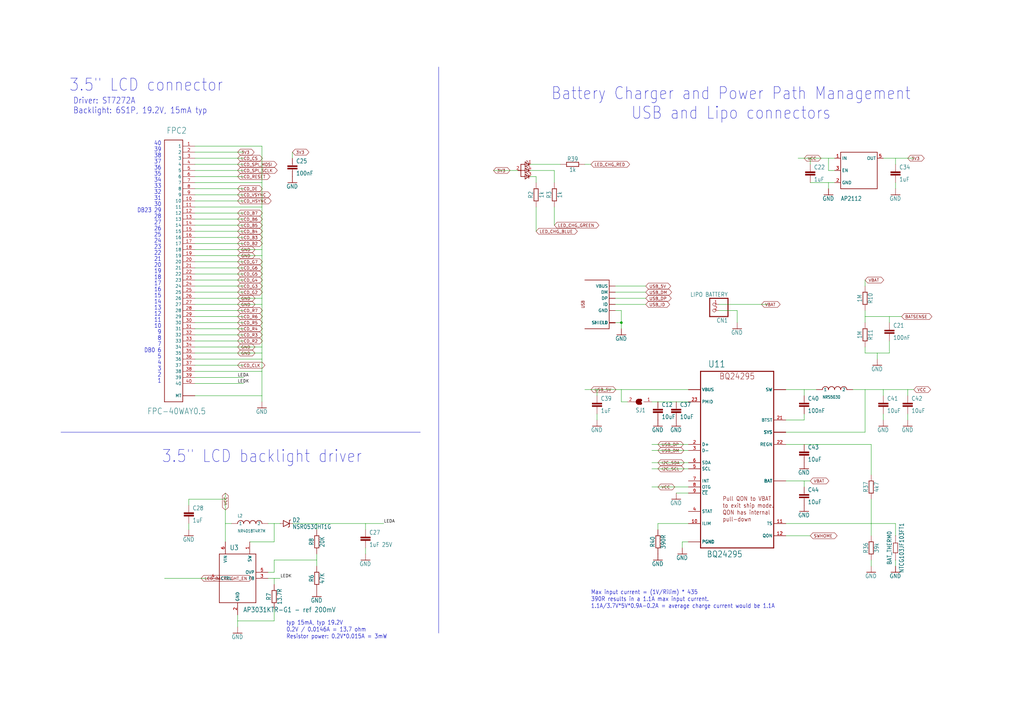
<source format=kicad_sch>
(kicad_sch (version 20230121) (generator eeschema)
  (paper "User" 426.949 302.158)
  (junction (at 259.08 134.62))
  (wire (pts (xy 81.28 86.36) (xy 109.22 86.36)) (stroke (width 0.1524)))
  (wire (pts (xy 114.3 218.44) (xy 111.76 218.44)) (stroke (width 0.1524)))
  (wire (pts (xy 355.6 162.56) (xy 360.68 162.56)) (stroke (width 0.1524)))
  (wire (pts (xy 299.72 127) (xy 320.04 127)) (stroke (width 0.1524)))
  (wire (pts (xy 327.66 223.52) (xy 337.82 223.52)) (stroke (width 0.1524)))
  (wire (pts (xy 256.54 119.38) (xy 269.24 119.38)) (stroke (width 0.1524)))
  (wire (pts (xy 93.98 218.44) (xy 93.98 208.28)) (stroke (width 0.1524)))
  (wire (pts (xy 284.48 226.06) (xy 287.02 226.06)) (stroke (width 0.1524)))
  (wire (pts (xy 96.52 218.44) (xy 93.98 218.44)) (stroke (width 0.1524)))
  (wire (pts (xy 248.92 165.1) (xy 248.92 162.56)) (stroke (width 0.1524)))
  (wire (pts (xy 220.98 71.12) (xy 231.14 71.12)) (stroke (width 0.1524)))
  (wire (pts (xy 337.82 68.58) (xy 337.82 66.04)) (stroke (width 0.1524)))
  (wire (pts (xy 345.44 76.2) (xy 345.44 78.74)) (stroke (width 0.1524)))
  (wire (pts (xy 363.22 218.44) (xy 373.38 218.44)) (stroke (width 0.1524)))
  (wire (pts (xy 360.68 134.62) (xy 360.68 132.08)) (stroke (width 0.1524)))
  (wire (pts (xy 274.32 220.98) (xy 274.32 218.44)) (stroke (width 0.1524)))
  (wire (pts (xy 81.28 81.28) (xy 101.6 81.28)) (stroke (width 0.1524)))
  (wire (pts (xy 365.76 147.32) (xy 360.68 147.32)) (stroke (width 0.1524)))
  (wire (pts (xy 360.68 132.08) (xy 360.68 129.54)) (stroke (width 0.1524)))
  (wire (pts (xy 114.3 238.76) (xy 111.76 238.76)) (stroke (width 0.1524)))
  (wire (pts (xy 68.58 241.3) (xy 86.36 241.3)) (stroke (width 0.1524)))
  (wire (pts (xy 363.22 218.44) (xy 363.22 223.52)) (stroke (width 0.1524)))
  (wire (pts (xy 114.3 241.3) (xy 116.84 241.3)) (stroke (width 0.1524)))
  (wire (pts (xy 78.74 208.28) (xy 78.74 210.82)) (stroke (width 0.1524)))
  (wire (pts (xy 373.38 68.58) (xy 373.38 66.04)) (stroke (width 0.1524)))
  (wire (pts (xy 363.22 208.28) (xy 363.22 218.44)) (stroke (width 0.1524)))
  (wire (pts (xy 132.08 233.68) (xy 114.3 233.68)) (stroke (width 0.1524)))
  (wire (pts (xy 368.3 175.26) (xy 368.3 172.72)) (stroke (width 0.1524)))
  (wire (pts (xy 287.02 193.04) (xy 271.78 193.04)) (stroke (width 0.1524)))
  (wire (pts (xy 109.22 149.86) (xy 109.22 154.94)) (stroke (width 0.1524)))
  (wire (pts (xy 360.68 147.32) (xy 360.68 144.78)) (stroke (width 0.1524)))
  (wire (pts (xy 81.28 124.46) (xy 109.22 124.46)) (stroke (width 0.1524)))
  (wire (pts (xy 93.98 208.28) (xy 93.98 205.74)) (stroke (width 0.1524)))
  (wire (pts (xy 347.98 76.2) (xy 345.44 76.2)) (stroke (width 0.1524)))
  (wire (pts (xy 81.28 76.2) (xy 109.22 76.2)) (stroke (width 0.1524)))
  (wire (pts (xy 215.9 71.12) (xy 205.74 71.12)) (stroke (width 0.1524)))
  (wire (pts (xy 81.28 111.76) (xy 101.6 111.76)) (stroke (width 0.1524)))
  (wire (pts (xy 81.28 83.82) (xy 101.6 83.82)) (stroke (width 0.1524)))
  (wire (pts (xy 81.28 63.5) (xy 101.6 63.5)) (stroke (width 0.1524)))
  (wire (pts (xy 114.3 226.06) (xy 114.3 218.44)) (stroke (width 0.1524)))
  (wire (pts (xy 109.22 124.46) (xy 109.22 127)) (stroke (width 0.1524)))
  (wire (pts (xy 327.66 200.66) (xy 335.28 200.66)) (stroke (width 0.1524)))
  (wire (pts (xy 121.92 66.04) (xy 121.92 63.5)) (stroke (width 0.1524)))
  (wire (pts (xy 152.4 231.14) (xy 152.4 228.6)) (stroke (width 0.1524)))
  (wire (pts (xy 81.28 101.6) (xy 101.6 101.6)) (stroke (width 0.1524)))
  (wire (pts (xy 274.32 218.44) (xy 287.02 218.44)) (stroke (width 0.1524)))
  (wire (pts (xy 109.22 106.68) (xy 109.22 124.46)) (stroke (width 0.1524)))
  (wire (pts (xy 365.76 149.86) (xy 365.76 147.32)) (stroke (width 0.1524)))
  (wire (pts (xy 81.28 129.54) (xy 101.6 129.54)) (stroke (width 0.1524)))
  (wire (pts (xy 345.44 71.12) (xy 347.98 71.12)) (stroke (width 0.1524)))
  (wire (pts (xy 81.28 60.96) (xy 109.22 60.96)) (stroke (width 0.1524)))
  (wire (pts (xy 370.84 147.32) (xy 370.84 142.24)) (stroke (width 0.1524)))
  (wire (pts (xy 335.28 165.1) (xy 335.28 162.56)) (stroke (width 0.1524)))
  (wire (pts (xy 261.62 167.64) (xy 259.08 167.64)) (stroke (width 0.1524)))
  (wire (pts (xy 284.48 228.6) (xy 284.48 226.06)) (stroke (width 0.1524)))
  (wire (pts (xy 132.08 218.44) (xy 121.92 218.44)) (stroke (width 0.1524)))
  (wire (pts (xy 248.92 172.72) (xy 248.92 175.26)) (stroke (width 0.1524)))
  (wire (pts (xy 132.08 231.14) (xy 132.08 233.68)) (stroke (width 0.1524)))
  (wire (pts (xy 132.08 220.98) (xy 132.08 218.44)) (stroke (width 0.1524)))
  (wire (pts (xy 81.28 149.86) (xy 109.22 149.86)) (stroke (width 0.1524)))
  (wire (pts (xy 373.38 218.44) (xy 373.38 223.52)) (stroke (width 0.1524)))
  (wire (pts (xy 281.94 167.64) (xy 287.02 167.64)) (stroke (width 0.1524)))
  (wire (pts (xy 365.76 147.32) (xy 370.84 147.32)) (stroke (width 0.1524)))
  (wire (pts (xy 93.98 208.28) (xy 78.74 208.28)) (stroke (width 0.1524)))
  (wire (pts (xy 378.46 162.56) (xy 381 162.56)) (stroke (width 0.1524)))
  (wire (pts (xy 287.02 162.56) (xy 259.08 162.56)) (stroke (width 0.1524)))
  (wire (pts (xy 335.28 175.26) (xy 335.28 172.72)) (stroke (width 0.1524)))
  (wire (pts (xy 345.44 71.12) (xy 345.44 66.04)) (stroke (width 0.1524)))
  (wire (pts (xy 345.44 66.04) (xy 337.82 66.04)) (stroke (width 0.1524)))
  (wire (pts (xy 335.28 162.56) (xy 340.36 162.56)) (stroke (width 0.1524)))
  (wire (pts (xy 347.98 66.04) (xy 345.44 66.04)) (stroke (width 0.1524)))
  (wire (pts (xy 109.22 149.86) (xy 109.22 147.32)) (stroke (width 0.1524)))
  (wire (pts (xy 109.22 165.1) (xy 109.22 167.64)) (stroke (width 0.1524)))
  (wire (pts (xy 299.72 129.54) (xy 307.34 129.54)) (stroke (width 0.1524)))
  (wire (pts (xy 81.28 68.58) (xy 101.6 68.58)) (stroke (width 0.1524)))
  (wire (pts (xy 81.28 132.08) (xy 101.6 132.08)) (stroke (width 0.1524)))
  (wire (pts (xy 81.28 104.14) (xy 109.22 104.14)) (stroke (width 0.1524)))
  (wire (pts (xy 274.32 167.64) (xy 271.78 167.64)) (stroke (width 0.1524)))
  (wire (pts (xy 327.66 180.34) (xy 360.68 180.34)) (stroke (width 0.1524)))
  (polyline (pts (xy 25.4 180.34) (xy 175.26 180.34)) (stroke (width 0.1524) (type solid)))
  (wire (pts (xy 373.38 66.04) (xy 381 66.04)) (stroke (width 0.1524)))
  (wire (pts (xy 287.02 187.96) (xy 271.78 187.96)) (stroke (width 0.1524)))
  (wire (pts (xy 81.28 127) (xy 109.22 127)) (stroke (width 0.1524)))
  (wire (pts (xy 220.98 68.58) (xy 233.68 68.58)) (stroke (width 0.1524)))
  (wire (pts (xy 81.28 99.06) (xy 101.6 99.06)) (stroke (width 0.1524)))
  (wire (pts (xy 256.54 121.92) (xy 269.24 121.92)) (stroke (width 0.1524)))
  (wire (pts (xy 337.82 66.04) (xy 332.74 66.04)) (stroke (width 0.1524)))
  (wire (pts (xy 370.84 132.08) (xy 370.84 134.62)) (stroke (width 0.1524)))
  (wire (pts (xy 337.82 76.2) (xy 345.44 76.2)) (stroke (width 0.1524)))
  (wire (pts (xy 259.08 129.54) (xy 259.08 134.62)) (stroke (width 0.1524)))
  (wire (pts (xy 152.4 218.44) (xy 132.08 218.44)) (stroke (width 0.1524)))
  (wire (pts (xy 256.54 129.54) (xy 259.08 129.54)) (stroke (width 0.1524)))
  (wire (pts (xy 81.28 137.16) (xy 101.6 137.16)) (stroke (width 0.1524)))
  (wire (pts (xy 81.28 157.48) (xy 101.6 157.48)) (stroke (width 0.1524)))
  (polyline (pts (xy 182.88 27.94) (xy 182.88 264.16)) (stroke (width 0.1524) (type solid)))
  (wire (pts (xy 231.14 86.36) (xy 231.14 93.98)) (stroke (width 0.1524)))
  (wire (pts (xy 132.08 236.22) (xy 132.08 233.68)) (stroke (width 0.1524)))
  (wire (pts (xy 81.28 93.98) (xy 101.6 93.98)) (stroke (width 0.1524)))
  (wire (pts (xy 109.22 76.2) (xy 109.22 86.36)) (stroke (width 0.1524)))
  (wire (pts (xy 81.28 142.24) (xy 101.6 142.24)) (stroke (width 0.1524)))
  (wire (pts (xy 256.54 124.46) (xy 269.24 124.46)) (stroke (width 0.1524)))
  (wire (pts (xy 104.14 226.06) (xy 114.3 226.06)) (stroke (width 0.1524)))
  (wire (pts (xy 368.3 66.04) (xy 373.38 66.04)) (stroke (width 0.1524)))
  (wire (pts (xy 81.28 144.78) (xy 109.22 144.78)) (stroke (width 0.1524)))
  (wire (pts (xy 223.52 73.66) (xy 223.52 76.2)) (stroke (width 0.1524)))
  (wire (pts (xy 99.06 259.08) (xy 114.3 259.08)) (stroke (width 0.1524)))
  (wire (pts (xy 256.54 134.62) (xy 259.08 134.62)) (stroke (width 0.1524)))
  (wire (pts (xy 373.38 233.68) (xy 373.38 236.22)) (stroke (width 0.1524)))
  (wire (pts (xy 81.28 71.12) (xy 101.6 71.12)) (stroke (width 0.1524)))
  (wire (pts (xy 114.3 259.08) (xy 114.3 254)) (stroke (width 0.1524)))
  (wire (pts (xy 81.28 106.68) (xy 109.22 106.68)) (stroke (width 0.1524)))
  (wire (pts (xy 81.28 152.4) (xy 101.6 152.4)) (stroke (width 0.1524)))
  (wire (pts (xy 81.28 116.84) (xy 101.6 116.84)) (stroke (width 0.1524)))
  (wire (pts (xy 81.28 119.38) (xy 101.6 119.38)) (stroke (width 0.1524)))
  (wire (pts (xy 287.02 205.74) (xy 281.94 205.74)) (stroke (width 0.1524)))
  (wire (pts (xy 360.68 119.38) (xy 360.68 116.84)) (stroke (width 0.1524)))
  (wire (pts (xy 287.02 203.2) (xy 271.78 203.2)) (stroke (width 0.1524)))
  (wire (pts (xy 335.28 185.42) (xy 363.22 185.42)) (stroke (width 0.1524)))
  (wire (pts (xy 81.28 91.44) (xy 101.6 91.44)) (stroke (width 0.1524)))
  (wire (pts (xy 370.84 132.08) (xy 375.92 132.08)) (stroke (width 0.1524)))
  (wire (pts (xy 114.3 243.84) (xy 114.3 241.3)) (stroke (width 0.1524)))
  (wire (pts (xy 81.28 78.74) (xy 101.6 78.74)) (stroke (width 0.1524)))
  (wire (pts (xy 109.22 154.94) (xy 109.22 165.1)) (stroke (width 0.1524)))
  (wire (pts (xy 78.74 220.98) (xy 78.74 218.44)) (stroke (width 0.1524)))
  (wire (pts (xy 368.3 165.1) (xy 368.3 162.56)) (stroke (width 0.1524)))
  (wire (pts (xy 81.28 139.7) (xy 101.6 139.7)) (stroke (width 0.1524)))
  (wire (pts (xy 335.28 200.66) (xy 337.82 200.66)) (stroke (width 0.1524)))
  (wire (pts (xy 256.54 127) (xy 269.24 127)) (stroke (width 0.1524)))
  (wire (pts (xy 81.28 73.66) (xy 101.6 73.66)) (stroke (width 0.1524)))
  (wire (pts (xy 152.4 220.98) (xy 152.4 218.44)) (stroke (width 0.1524)))
  (wire (pts (xy 81.28 160.02) (xy 101.6 160.02)) (stroke (width 0.1524)))
  (wire (pts (xy 378.46 165.1) (xy 378.46 162.56)) (stroke (width 0.1524)))
  (wire (pts (xy 327.66 162.56) (xy 335.28 162.56)) (stroke (width 0.1524)))
  (wire (pts (xy 81.28 96.52) (xy 101.6 96.52)) (stroke (width 0.1524)))
  (wire (pts (xy 81.28 134.62) (xy 101.6 134.62)) (stroke (width 0.1524)))
  (wire (pts (xy 243.84 68.58) (xy 246.38 68.58)) (stroke (width 0.1524)))
  (wire (pts (xy 81.28 114.3) (xy 101.6 114.3)) (stroke (width 0.1524)))
  (wire (pts (xy 109.22 60.96) (xy 109.22 76.2)) (stroke (width 0.1524)))
  (wire (pts (xy 109.22 127) (xy 109.22 144.78)) (stroke (width 0.1524)))
  (wire (pts (xy 81.28 121.92) (xy 101.6 121.92)) (stroke (width 0.1524)))
  (wire (pts (xy 287.02 195.58) (xy 271.78 195.58)) (stroke (width 0.1524)))
  (wire (pts (xy 116.84 218.44) (xy 114.3 218.44)) (stroke (width 0.1524)))
  (wire (pts (xy 259.08 167.64) (xy 259.08 162.56)) (stroke (width 0.1524)))
  (wire (pts (xy 220.98 73.66) (xy 223.52 73.66)) (stroke (width 0.1524)))
  (wire (pts (xy 81.28 165.1) (xy 109.22 165.1)) (stroke (width 0.1524)))
  (wire (pts (xy 373.38 76.2) (xy 373.38 78.74)) (stroke (width 0.1524)))
  (wire (pts (xy 327.66 218.44) (xy 363.22 218.44)) (stroke (width 0.1524)))
  (wire (pts (xy 109.22 147.32) (xy 109.22 144.78)) (stroke (width 0.1524)))
  (wire (pts (xy 93.98 226.06) (xy 93.98 218.44)) (stroke (width 0.1524)))
  (wire (pts (xy 360.68 132.08) (xy 370.84 132.08)) (stroke (width 0.1524)))
  (wire (pts (xy 327.66 175.26) (xy 335.28 175.26)) (stroke (width 0.1524)))
  (wire (pts (xy 81.28 66.04) (xy 101.6 66.04)) (stroke (width 0.1524)))
  (wire (pts (xy 259.08 134.62) (xy 259.08 137.16)) (stroke (width 0.1524)))
  (wire (pts (xy 307.34 129.54) (xy 307.34 134.62)) (stroke (width 0.1524)))
  (wire (pts (xy 259.08 162.56) (xy 248.92 162.56)) (stroke (width 0.1524)))
  (wire (pts (xy 99.06 261.62) (xy 99.06 259.08)) (stroke (width 0.1524)))
  (wire (pts (xy 248.92 162.56) (xy 243.84 162.56)) (stroke (width 0.1524)))
  (wire (pts (xy 81.28 109.22) (xy 101.6 109.22)) (stroke (width 0.1524)))
  (wire (pts (xy 114.3 233.68) (xy 114.3 238.76)) (stroke (width 0.1524)))
  (wire (pts (xy 281.94 167.64) (xy 274.32 167.64)) (stroke (width 0.1524)))
  (wire (pts (xy 287.02 185.42) (xy 271.78 185.42)) (stroke (width 0.1524)))
  (wire (pts (xy 81.28 88.9) (xy 101.6 88.9)) (stroke (width 0.1524)))
  (wire (pts (xy 335.28 200.66) (xy 335.28 203.2)) (stroke (width 0.1524)))
  (wire (pts (xy 99.06 259.08) (xy 99.06 256.54)) (stroke (width 0.1524)))
  (wire (pts (xy 81.28 154.94) (xy 109.22 154.94)) (stroke (width 0.1524)))
  (wire (pts (xy 152.4 218.44) (xy 160.02 218.44)) (stroke (width 0.1524)))
  (wire (pts (xy 111.76 241.3) (xy 114.3 241.3)) (stroke (width 0.1524)))
  (wire (pts (xy 368.3 162.56) (xy 378.46 162.56)) (stroke (width 0.1524)))
  (wire (pts (xy 363.22 233.68) (xy 363.22 236.22)) (stroke (width 0.1524)))
  (wire (pts (xy 378.46 175.26) (xy 378.46 172.72)) (stroke (width 0.1524)))
  (wire (pts (xy 231.14 71.12) (xy 231.14 76.2)) (stroke (width 0.1524)))
  (wire (pts (xy 81.28 147.32) (xy 109.22 147.32)) (stroke (width 0.1524)))
  (wire (pts (xy 363.22 185.42) (xy 363.22 198.12)) (stroke (width 0.1524)))
  (wire (pts (xy 223.52 86.36) (xy 223.52 96.52)) (stroke (width 0.1524)))
  (wire (pts (xy 360.68 162.56) (xy 368.3 162.56)) (stroke (width 0.1524)))
  (wire (pts (xy 109.22 104.14) (xy 109.22 106.68)) (stroke (width 0.1524)))
  (wire (pts (xy 109.22 104.14) (xy 109.22 86.36)) (stroke (width 0.1524)))
  (wire (pts (xy 360.68 180.34) (xy 360.68 162.56)) (stroke (width 0.1524)))
  (wire (pts (xy 327.66 185.42) (xy 335.28 185.42)) (stroke (width 0.1524)))
  (text "DB0 6" (at 67.31 147.32 0) (effects (font (size 1.778 1.5113)) (justify right bottom)))
  (text "15" (at 67.31 124.46 0) (effects (font (size 1.778 1.5113)) (justify right bottom)))
  (text "33" (at 67.31 78.74 0) (effects (font (size 1.778 1.5113)) (justify right bottom)))
  (text "Max input current = (1V/Rilim) * 435\n390R results in a 1.1A max input current.\n1.1A/3.7V*5V*0.9A-0.2A = average charge current would be 1.1A" (at 246.38 254 0) (effects (font (size 1.778 1.5113)) (justify left bottom)))
  (text "DB23 29" (at 67.31 88.9 0) (effects (font (size 1.778 1.5113)) (justify right bottom)))
  (text "26" (at 67.31 96.52 0) (effects (font (size 1.778 1.5113)) (justify right bottom)))
  (text "32" (at 67.31 81.28 0) (effects (font (size 1.778 1.5113)) (justify right bottom)))
  (text "21" (at 67.31 109.22 0) (effects (font (size 1.778 1.5113)) (justify right bottom)))
  (text "37" (at 67.31 68.58 0) (effects (font (size 1.778 1.5113)) (justify right bottom)))
  (text "30" (at 67.31 86.36 0) (effects (font (size 1.778 1.5113)) (justify right bottom)))
  (text "1" (at 67.31 160.02 0) (effects (font (size 1.778 1.5113)) (justify right bottom)))
  (text "Battery Charger and Power Path Management\nUSB and Lipo connectors" (at 304.8 43.18 0) (effects (font (size 5.08 4.318))))
  (text "5" (at 67.31 149.86 0) (effects (font (size 1.778 1.5113)) (justify right bottom)))
  (text "36" (at 67.31 71.12 0) (effects (font (size 1.778 1.5113)) (justify right bottom)))
  (text "Driver: ST7272A\nBacklight: 6S1P, 19.2V, 15mA typ" (at 30.48 40.64 0) (effects (font (size 2.54 2.159)) (justify left top)))
  (text "14" (at 67.31 127 0) (effects (font (size 1.778 1.5113)) (justify right bottom)))
  (text "25" (at 67.31 99.06 0) (effects (font (size 1.778 1.5113)) (justify right bottom)))
  (text "35" (at 67.31 73.66 0) (effects (font (size 1.778 1.5113)) (justify right bottom)))
  (text "40" (at 67.31 60.96 0) (effects (font (size 1.778 1.5113)) (justify right bottom)))
  (text "8" (at 67.31 142.24 0) (effects (font (size 1.778 1.5113)) (justify right bottom)))
  (text "2" (at 67.31 157.48 0) (effects (font (size 1.778 1.5113)) (justify right bottom)))
  (text "3.5\" LCD backlight driver" (at 109.22 190.5 0) (effects (font (size 5.08 4.318))))
  (text "34" (at 67.31 76.2 0) (effects (font (size 1.778 1.5113)) (justify right bottom)))
  (text "24" (at 67.31 101.6 0) (effects (font (size 1.778 1.5113)) (justify right bottom)))
  (text "12" (at 67.31 132.08 0) (effects (font (size 1.778 1.5113)) (justify right bottom)))
  (text "9" (at 67.31 139.7 0) (effects (font (size 1.778 1.5113)) (justify right bottom)))
  (text "39" (at 67.31 63.5 0) (effects (font (size 1.778 1.5113)) (justify right bottom)))
  (text "typ 15mA, typ 19.2V\n0.2V / 0.0146A = 13.7 ohm\nResistor power: 0.2V*0.015A = 3mW" (at 119.38 266.7 0) (effects (font (size 1.778 1.5113)) (justify left bottom)))
  (text "13" (at 67.31 129.54 0) (effects (font (size 1.778 1.5113)) (justify right bottom)))
  (text "20" (at 67.31 111.76 0) (effects (font (size 1.778 1.5113)) (justify right bottom)))
  (text "18" (at 67.31 116.84 0) (effects (font (size 1.778 1.5113)) (justify right bottom)))
  (text "22" (at 67.31 106.68 0) (effects (font (size 1.778 1.5113)) (justify right bottom)))
  (text "31" (at 67.31 83.82 0) (effects (font (size 1.778 1.5113)) (justify right bottom)))
  (text "27" (at 67.31 93.98 0) (effects (font (size 1.778 1.5113)) (justify right bottom)))
  (text "28" (at 67.31 91.44 0) (effects (font (size 1.778 1.5113)) (justify right bottom)))
  (text "11" (at 67.31 134.62 0) (effects (font (size 1.778 1.5113)) (justify right bottom)))
  (text "23" (at 67.31 104.14 0) (effects (font (size 1.778 1.5113)) (justify right bottom)))
  (text "10" (at 67.31 137.16 0) (effects (font (size 1.778 1.5113)) (justify right bottom)))
  (text "4" (at 67.31 152.4 0) (effects (font (size 1.778 1.5113)) (justify right bottom)))
  (text "3" (at 67.31 154.94 0) (effects (font (size 1.778 1.5113)) (justify right bottom)))
  (text "38" (at 67.31 66.04 0) (effects (font (size 1.778 1.5113)) (justify right bottom)))
  (text "17" (at 67.31 119.38 0) (effects (font (size 1.778 1.5113)) (justify right bottom)))
  (text "7" (at 67.31 144.78 0) (effects (font (size 1.778 1.5113)) (justify right bottom)))
  (text "16" (at 67.31 121.92 0) (effects (font (size 1.778 1.5113)) (justify right bottom)))
  (text "19" (at 67.31 114.3 0) (effects (font (size 1.778 1.5113)) (justify right bottom)))
  (text "3.5\" LCD connector" (at 60.96 35.56 0) (effects (font (size 5.08 4.318))))
  (label "LEDA" (at 160.02 218.44 0) (effects (font (size 1.2446 1.2446))))
  (label "LEDK" (at 99.06 160.02 0) (effects (font (size 1.2446 1.2446))))
  (label "LEDA" (at 99.06 157.48 0) (effects (font (size 1.2446 1.2446))))
  (label "LEDK" (at 116.84 241.3 0) (effects (font (size 1.2446 1.2446))))
  (global_label "LCD_CS" (shape bidirectional) (at 99.06 66.04 0) (effects (font (size 1.2446 1.2446))) (property "Intersheetrefs" "${INTERSHEET_REFS}" (effects hide)))
  (global_label "LCD_G4" (shape bidirectional) (at 99.06 116.84 0) (effects (font (size 1.2446 1.2446))) (property "Intersheetrefs" "${INTERSHEET_REFS}" (effects hide)))
  (global_label "LCD_G5" (shape bidirectional) (at 99.06 114.3 0) (effects (font (size 1.2446 1.2446))) (property "Intersheetrefs" "${INTERSHEET_REFS}" (effects hide)))
  (global_label "LED_CHG_RED" (shape bidirectional) (at 246.38 68.58 0) (effects (font (size 1.2446 1.2446))) (property "Intersheetrefs" "${INTERSHEET_REFS}" (effects hide)))
  (global_label "LCD_RESET" (shape bidirectional) (at 99.06 73.66 0) (effects (font (size 1.2446 1.2446))) (property "Intersheetrefs" "${INTERSHEET_REFS}" (effects hide)))
  (global_label "GND" (shape bidirectional) (at 99.06 147.32 0) (effects (font (size 1.2446 1.2446))) (property "Intersheetrefs" "${INTERSHEET_REFS}" (effects hide)))
  (global_label "LCD_B4" (shape bidirectional) (at 99.06 96.52 0) (effects (font (size 1.2446 1.2446))) (property "Intersheetrefs" "${INTERSHEET_REFS}" (effects hide)))
  (global_label "LED_CHG_GREEN" (shape bidirectional) (at 231.14 93.98 0) (effects (font (size 1.2446 1.2446))) (property "Intersheetrefs" "${INTERSHEET_REFS}" (effects hide)))
  (global_label "LCD_R2" (shape bidirectional) (at 99.06 142.24 0) (effects (font (size 1.2446 1.2446))) (property "Intersheetrefs" "${INTERSHEET_REFS}" (effects hide)))
  (global_label "GND" (shape bidirectional) (at 99.06 144.78 0) (effects (font (size 1.2446 1.2446))) (property "Intersheetrefs" "${INTERSHEET_REFS}" (effects hide)))
  (global_label "I2C_SCL" (shape bidirectional) (at 274.32 195.58 0) (effects (font (size 1.2446 1.2446))) (property "Intersheetrefs" "${INTERSHEET_REFS}" (effects hide)))
  (global_label "LCD_G6" (shape bidirectional) (at 99.06 111.76 0) (effects (font (size 1.2446 1.2446))) (property "Intersheetrefs" "${INTERSHEET_REFS}" (effects hide)))
  (global_label "LCD_B6" (shape bidirectional) (at 99.06 91.44 0) (effects (font (size 1.2446 1.2446))) (property "Intersheetrefs" "${INTERSHEET_REFS}" (effects hide)))
  (global_label "LCD_G3" (shape bidirectional) (at 99.06 119.38 0) (effects (font (size 1.2446 1.2446))) (property "Intersheetrefs" "${INTERSHEET_REFS}" (effects hide)))
  (global_label "3V3" (shape bidirectional) (at 99.06 63.5 0) (effects (font (size 1.2446 1.2446))) (property "Intersheetrefs" "${INTERSHEET_REFS}" (effects hide)))
  (global_label "LCD_HSYNC" (shape bidirectional) (at 99.06 83.82 0) (effects (font (size 1.2446 1.2446))) (property "Intersheetrefs" "${INTERSHEET_REFS}" (effects hide)))
  (global_label "LCD_R5" (shape bidirectional) (at 99.06 134.62 0) (effects (font (size 1.2446 1.2446))) (property "Intersheetrefs" "${INTERSHEET_REFS}" (effects hide)))
  (global_label "LCD_R4" (shape bidirectional) (at 99.06 137.16 0) (effects (font (size 1.2446 1.2446))) (property "Intersheetrefs" "${INTERSHEET_REFS}" (effects hide)))
  (global_label "LCD_SPI_MOSI" (shape bidirectional) (at 99.06 68.58 0) (effects (font (size 1.2446 1.2446))) (property "Intersheetrefs" "${INTERSHEET_REFS}" (effects hide)))
  (global_label "LCD_DE" (shape bidirectional) (at 99.06 78.74 0) (effects (font (size 1.2446 1.2446))) (property "Intersheetrefs" "${INTERSHEET_REFS}" (effects hide)))
  (global_label "VCC" (shape bidirectional) (at 93.98 205.74 270) (effects (font (size 1.2446 1.2446))) (property "Intersheetrefs" "${INTERSHEET_REFS}" (effects hide)))
  (global_label "LCD_VSYNC" (shape bidirectional) (at 99.06 81.28 0) (effects (font (size 1.2446 1.2446))) (property "Intersheetrefs" "${INTERSHEET_REFS}" (effects hide)))
  (global_label "LED_CHG_BLUE" (shape bidirectional) (at 223.52 96.52 0) (effects (font (size 1.2446 1.2446))) (property "Intersheetrefs" "${INTERSHEET_REFS}" (effects hide)))
  (global_label "BATSENSE" (shape bidirectional) (at 375.92 132.08 0) (effects (font (size 1.2446 1.2446))) (property "Intersheetrefs" "${INTERSHEET_REFS}" (effects hide)))
  (global_label "LCD_B7" (shape bidirectional) (at 99.06 88.9 0) (effects (font (size 1.2446 1.2446))) (property "Intersheetrefs" "${INTERSHEET_REFS}" (effects hide)))
  (global_label "3V3" (shape bidirectional) (at 205.74 71.12 0) (effects (font (size 1.2446 1.2446))) (property "Intersheetrefs" "${INTERSHEET_REFS}" (effects hide)))
  (global_label "I2C_SDA" (shape bidirectional) (at 274.32 193.04 0) (effects (font (size 1.2446 1.2446))) (property "Intersheetrefs" "${INTERSHEET_REFS}" (effects hide)))
  (global_label "LCD_R6" (shape bidirectional) (at 99.06 132.08 0) (effects (font (size 1.2446 1.2446))) (property "Intersheetrefs" "${INTERSHEET_REFS}" (effects hide)))
  (global_label "VBAT" (shape bidirectional) (at 317.5 127 0) (effects (font (size 1.2446 1.2446))) (property "Intersheetrefs" "${INTERSHEET_REFS}" (effects hide)))
  (global_label "LCD_G7" (shape bidirectional) (at 99.06 109.22 0) (effects (font (size 1.2446 1.2446))) (property "Intersheetrefs" "${INTERSHEET_REFS}" (effects hide)))
  (global_label "USB_DP" (shape bidirectional) (at 269.24 124.46 0) (effects (font (size 1.2446 1.2446))) (property "Intersheetrefs" "${INTERSHEET_REFS}" (effects hide)))
  (global_label "USB_DM" (shape bidirectional) (at 269.24 121.92 0) (effects (font (size 1.2446 1.2446))) (property "Intersheetrefs" "${INTERSHEET_REFS}" (effects hide)))
  (global_label "GND" (shape bidirectional) (at 99.06 124.46 0) (effects (font (size 1.2446 1.2446))) (property "Intersheetrefs" "${INTERSHEET_REFS}" (effects hide)))
  (global_label "USB_5V" (shape bidirectional) (at 246.38 162.56 0) (effects (font (size 1.2446 1.2446))) (property "Intersheetrefs" "${INTERSHEET_REFS}" (effects hide)))
  (global_label "VCC" (shape bidirectional) (at 381 162.56 0) (effects (font (size 1.2446 1.2446))) (property "Intersheetrefs" "${INTERSHEET_REFS}" (effects hide)))
  (global_label "LCD_CLK" (shape bidirectional) (at 99.06 152.4 0) (effects (font (size 1.2446 1.2446))) (property "Intersheetrefs" "${INTERSHEET_REFS}" (effects hide)))
  (global_label "USB_ID" (shape bidirectional) (at 269.24 127 0) (effects (font (size 1.2446 1.2446))) (property "Intersheetrefs" "${INTERSHEET_REFS}" (effects hide)))
  (global_label "GND" (shape bidirectional) (at 99.06 104.14 0) (effects (font (size 1.2446 1.2446))) (property "Intersheetrefs" "${INTERSHEET_REFS}" (effects hide)))
  (global_label "USB_DP" (shape bidirectional) (at 274.32 185.42 0) (effects (font (size 1.2446 1.2446))) (property "Intersheetrefs" "${INTERSHEET_REFS}" (effects hide)))
  (global_label "LCD_B2" (shape bidirectional) (at 99.06 101.6 0) (effects (font (size 1.2446 1.2446))) (property "Intersheetrefs" "${INTERSHEET_REFS}" (effects hide)))
  (global_label "3V3" (shape bidirectional) (at 121.92 63.5 0) (effects (font (size 1.2446 1.2446))) (property "Intersheetrefs" "${INTERSHEET_REFS}" (effects hide)))
  (global_label "LCD_B3" (shape bidirectional) (at 99.06 99.06 0) (effects (font (size 1.2446 1.2446))) (property "Intersheetrefs" "${INTERSHEET_REFS}" (effects hide)))
  (global_label "LCD_B5" (shape bidirectional) (at 99.06 93.98 0) (effects (font (size 1.2446 1.2446))) (property "Intersheetrefs" "${INTERSHEET_REFS}" (effects hide)))
  (global_label "USB_DM" (shape bidirectional) (at 274.32 187.96 0) (effects (font (size 1.2446 1.2446))) (property "Intersheetrefs" "${INTERSHEET_REFS}" (effects hide)))
  (global_label "GND" (shape bidirectional) (at 99.06 106.68 0) (effects (font (size 1.2446 1.2446))) (property "Intersheetrefs" "${INTERSHEET_REFS}" (effects hide)))
  (global_label "SWHOME" (shape bidirectional) (at 337.82 223.52 0) (effects (font (size 1.2446 1.2446))) (property "Intersheetrefs" "${INTERSHEET_REFS}" (effects hide)))
  (global_label "VBAT" (shape bidirectional) (at 360.68 116.84 0) (effects (font (size 1.2446 1.2446))) (property "Intersheetrefs" "${INTERSHEET_REFS}" (effects hide)))
  (global_label "LCD_R7" (shape bidirectional) (at 99.06 129.54 0) (effects (font (size 1.2446 1.2446))) (property "Intersheetrefs" "${INTERSHEET_REFS}" (effects hide)))
  (global_label "3V3" (shape bidirectional) (at 378.46 66.04 0) (effects (font (size 1.2446 1.2446))) (property "Intersheetrefs" "${INTERSHEET_REFS}" (effects hide)))
  (global_label "LCD_SPI_SCLK" (shape bidirectional) (at 99.06 71.12 0) (effects (font (size 1.2446 1.2446))) (property "Intersheetrefs" "${INTERSHEET_REFS}" (effects hide)))
  (global_label "VCC" (shape bidirectional) (at 335.28 66.04 0) (effects (font (size 1.2446 1.2446))) (property "Intersheetrefs" "${INTERSHEET_REFS}" (effects hide)))
  (global_label "LCD_G2" (shape bidirectional) (at 99.06 121.92 0) (effects (font (size 1.2446 1.2446))) (property "Intersheetrefs" "${INTERSHEET_REFS}" (effects hide)))
  (global_label "GND" (shape bidirectional) (at 99.06 127 0) (effects (font (size 1.2446 1.2446))) (property "Intersheetrefs" "${INTERSHEET_REFS}" (effects hide)))
  (global_label "LCD_BACKLIGHT_EN" (shape bidirectional) (at 83.82 241.3 0) (effects (font (size 1.2446 1.2446))) (property "Intersheetrefs" "${INTERSHEET_REFS}" (effects hide)))
  (global_label "VCC" (shape bidirectional) (at 274.32 203.2 0) (effects (font (size 1.2446 1.2446))) (property "Intersheetrefs" "${INTERSHEET_REFS}" (effects hide)))
  (global_label "LCD_R3" (shape bidirectional) (at 99.06 139.7 0) (effects (font (size 1.2446 1.2446))) (property "Intersheetrefs" "${INTERSHEET_REFS}" (effects hide)))
  (global_label "USB_5V" (shape bidirectional) (at 269.24 119.38 0) (effects (font (size 1.2446 1.2446))) (property "Intersheetrefs" "${INTERSHEET_REFS}" (effects hide)))
  (global_label "VBAT" (shape bidirectional) (at 337.82 200.66 0) (effects (font (size 1.2446 1.2446))) (property "Intersheetrefs" "${INTERSHEET_REFS}" (effects hide)))
  (symbol (lib_id "32blit-eagle-import:R-EU_R0603") (at 231.14 81.28 90) (unit 1)
    (property "Reference" "R3" (at 229.8954 81.28 0) (effects (font (size 1.778 1.5113)) (justify bottom)))
    (property "Value" "1k" (at 232.41 81.28 0) (effects (font (size 1.778 1.5113)) (justify top)))
    (property "Footprint" "Resistor_SMD:R_0603_1608Metric" (effects hide))
  )
  (symbol (lib_id "32blit-eagle-import:GND") (at 281.94 177.8 0) (unit 1)
    (property "Reference" "#GND038" (effects hide))
    (property "Value" "GND" (at 279.4 180.34 0) (effects (font (size 1.778 1.5113)) (justify left bottom)))
  )
  (symbol (lib_id "32blit-eagle-import:C-EUC0805") (at 335.28 205.74 0) (unit 1)
    (property "Reference" "C44" (at 336.804 205.359 0) (effects (font (size 1.778 1.5113)) (justify left bottom)))
    (property "Value" "10uF" (at 336.804 210.439 0) (effects (font (size 1.778 1.5113)) (justify left bottom)))
    (property "Footprint" "Capacitor_SMD:C_0805_2012Metric" (effects hide))
  )
  (symbol (lib_id "32blit-eagle-import:NRS5030") (at 347.98 162.56 0) (unit 1)
    (property "Reference" "L1" (effects hide))
    (property "Value" "NRS5030" (at 342.9 166.37 0) (effects (font (size 1.27 1.0795)) (justify left bottom)))
    (property "Footprint" "Inductor_SMD:L_Taiyo-Yuden_NR-50xx" (effects hide))
  )
  (symbol (lib_id "32blit-eagle-import:R-EU_R0603") (at 363.22 228.6 90) (unit 1)
    (property "Reference" "R36" (at 361.9754 228.6 0) (effects (font (size 1.778 1.5113)) (justify bottom)))
    (property "Value" "39k" (at 364.49 228.6 0) (effects (font (size 1.778 1.5113)) (justify top)))
    (property "Footprint" "Resistor_SMD:R_0603_1608Metric" (effects hide))
  )
  (symbol (lib_id "32blit-eagle-import:SOLDERJUMPER") (at 266.7 167.64 180) (unit 1)
    (property "Reference" "SJ1" (at 269.24 170.18 0) (effects (font (size 1.778 1.5113)) (justify left bottom)))
    (property "Value" "SOLDERJUMPER" (effects hide))
    (property "Footprint" "32blit:SOLDERJUMPER_ARROW_NOPASTE" (effects hide))
  )
  (symbol (lib_id "32blit-eagle-import:C-EUC0805") (at 368.3 167.64 0) (unit 1)
    (property "Reference" "C41" (at 369.824 167.259 0) (effects (font (size 1.778 1.5113)) (justify left bottom)))
    (property "Value" "10uF" (at 369.824 172.339 0) (effects (font (size 1.778 1.5113)) (justify left bottom)))
    (property "Footprint" "Capacitor_SMD:C_0805_2012Metric" (effects hide))
  )
  (symbol (lib_id "32blit-eagle-import:C-EUC0603") (at 152.4 223.52 0) (unit 1)
    (property "Reference" "C27" (at 153.924 223.139 0) (effects (font (size 1.778 1.5113)) (justify left bottom)))
    (property "Value" "1uF 25V" (at 153.924 228.219 0) (effects (font (size 1.778 1.5113)) (justify left bottom)))
    (property "Footprint" "Capacitor_SMD:C_0603_1608Metric" (effects hide))
  )
  (symbol (lib_id "32blit-eagle-import:GND") (at 363.22 238.76 0) (unit 1)
    (property "Reference" "#GND047" (effects hide))
    (property "Value" "GND" (at 360.68 241.3 0) (effects (font (size 1.778 1.5113)) (justify left bottom)))
  )
  (symbol (lib_id "32blit-eagle-import:GND") (at 284.48 231.14 0) (unit 1)
    (property "Reference" "#GND040" (effects hide))
    (property "Value" "GND" (at 281.94 233.68 0) (effects (font (size 1.778 1.5113)) (justify left bottom)))
  )
  (symbol (lib_id "32blit-eagle-import:NR4018T4R7M") (at 104.14 218.44 0) (unit 1)
    (property "Reference" "L2" (at 99.06 215.9 0) (effects (font (size 1.27 1.0795)) (justify left bottom)))
    (property "Value" "NR4018T4R7M" (at 99.06 222.25 0) (effects (font (size 1.27 1.0795)) (justify left bottom)))
    (property "Footprint" "Inductor_SMD:L_Taiyo-Yuden_NR-40xx" (effects hide))
  )
  (symbol (lib_id "32blit-eagle-import:LED_RGB_4P6028_REVERSE") (at 220.98 71.12 0) (unit 1)
    (property "Reference" "RGB1" (effects hide))
    (property "Value" "LED_RGB_4P6028_REVERSE" (effects hide))
    (property "Footprint" "32blit:LED-6028_REVERSE_RGB" (effects hide))
  )
  (symbol (lib_id "32blit-eagle-import:GND") (at 121.92 76.2 0) (unit 1)
    (property "Reference" "#GND030" (effects hide))
    (property "Value" "GND" (at 119.38 78.74 0) (effects (font (size 1.778 1.5113)) (justify left bottom)))
  )
  (symbol (lib_id "32blit-eagle-import:GND") (at 99.06 264.16 0) (unit 1)
    (property "Reference" "#GND034" (effects hide))
    (property "Value" "GND" (at 96.52 266.7 0) (effects (font (size 1.778 1.5113)) (justify left bottom)))
  )
  (symbol (lib_id "32blit-eagle-import:C-EUC0805") (at 335.28 187.96 0) (unit 1)
    (property "Reference" "C43" (at 336.804 187.579 0) (effects (font (size 1.778 1.5113)) (justify left bottom)))
    (property "Value" "10uF" (at 336.804 192.659 0) (effects (font (size 1.778 1.5113)) (justify left bottom)))
    (property "Footprint" "Capacitor_SMD:C_0805_2012Metric" (effects hide))
  )
  (symbol (lib_id "32blit-eagle-import:rcl_C-EUC0402K") (at 335.28 167.64 0) (unit 1)
    (property "Reference" "C40" (at 336.804 167.259 0) (effects (font (size 1.778 1.5113)) (justify left bottom)))
    (property "Value" "100nF" (at 336.804 172.339 0) (effects (font (size 1.778 1.5113)) (justify left bottom)))
    (property "Footprint" "Capacitor_SMD:C_0402_1005Metric" (effects hide))
  )
  (symbol (lib_id "32blit-eagle-import:C-EUC0603") (at 248.92 167.64 0) (unit 1)
    (property "Reference" "C39" (at 250.444 167.259 0) (effects (font (size 1.778 1.5113)) (justify left bottom)))
    (property "Value" "1uF" (at 250.444 172.339 0) (effects (font (size 1.778 1.5113)) (justify left bottom)))
    (property "Footprint" "Capacitor_SMD:C_0603_1608Metric" (effects hide))
  )
  (symbol (lib_id "32blit-eagle-import:C-EUC0805") (at 281.94 170.18 0) (unit 1)
    (property "Reference" "C37" (at 283.464 169.799 0) (effects (font (size 1.778 1.5113)) (justify left bottom)))
    (property "Value" "10uF" (at 283.464 174.879 0) (effects (font (size 1.778 1.5113)) (justify left bottom)))
    (property "Footprint" "Capacitor_SMD:C_0805_2012Metric" (effects hide))
  )
  (symbol (lib_id "32blit-eagle-import:R-EU_R0603") (at 132.08 226.06 90) (unit 1)
    (property "Reference" "R8" (at 130.8354 226.06 0) (effects (font (size 1.778 1.5113)) (justify bottom)))
    (property "Value" "20K" (at 133.35 226.06 0) (effects (font (size 1.778 1.5113)) (justify top)))
    (property "Footprint" "Resistor_SMD:R_0603_1608Metric" (effects hide))
  )
  (symbol (lib_id "32blit-eagle-import:GND") (at 132.08 248.92 0) (unit 1)
    (property "Reference" "#GND037" (effects hide))
    (property "Value" "GND" (at 129.54 251.46 0) (effects (font (size 1.778 1.5113)) (justify left bottom)))
  )
  (symbol (lib_id "32blit-eagle-import:GND") (at 373.38 238.76 0) (unit 1)
    (property "Reference" "#GND048" (effects hide))
    (property "Value" "GND" (at 370.84 241.3 0) (effects (font (size 1.778 1.5113)) (justify left bottom)))
  )
  (symbol (lib_id "32blit-eagle-import:R-EU_R0603") (at 360.68 124.46 270) (unit 1)
    (property "Reference" "R10" (at 361.9246 124.46 0) (effects (font (size 1.778 1.5113)) (justify bottom)))
    (property "Value" "1M" (at 359.41 124.46 0) (effects (font (size 1.778 1.5113)) (justify top)))
    (property "Footprint" "Resistor_SMD:R_0603_1608Metric" (effects hide))
  )
  (symbol (lib_id "32blit-eagle-import:R-EU_R0603") (at 363.22 203.2 90) (unit 1)
    (property "Reference" "R37" (at 361.9754 203.2 0) (effects (font (size 1.778 1.5113)) (justify bottom)))
    (property "Value" "4k7" (at 364.49 203.2 0) (effects (font (size 1.778 1.5113)) (justify top)))
    (property "Footprint" "Resistor_SMD:R_0603_1608Metric" (effects hide))
  )
  (symbol (lib_id "32blit-eagle-import:JST_2PIN-SMT-RA") (at 297.18 127 180) (unit 1)
    (property "Reference" "CN1" (at 303.53 132.715 0) (effects (font (size 1.778 1.5113)) (justify left bottom)))
    (property "Value" "LIPO BATTERY" (at 303.53 121.92 0) (effects (font (size 1.778 1.5113)) (justify left bottom)))
    (property "Footprint" "Connector_JST:JST_PH_S2B-PH-SM4-TB_1x02-1MP_P2.00mm_Horizontal" (effects hide))
  )
  (symbol (lib_id "32blit-eagle-import:R-EU_R0603") (at 274.32 226.06 90) (unit 1)
    (property "Reference" "R40" (at 273.0754 226.06 0) (effects (font (size 1.778 1.5113)) (justify bottom)))
    (property "Value" "390R" (at 275.59 226.06 0) (effects (font (size 1.778 1.5113)) (justify top)))
    (property "Footprint" "Resistor_SMD:R_0603_1608Metric" (effects hide))
  )
  (symbol (lib_id "32blit-eagle-import:GND") (at 378.46 177.8 0) (unit 1)
    (property "Reference" "#GND044" (effects hide))
    (property "Value" "GND" (at 375.92 180.34 0) (effects (font (size 1.778 1.5113)) (justify left bottom)))
  )
  (symbol (lib_id "32blit-eagle-import:AP30XX_OVP") (at 99.06 236.22 0) (unit 1)
    (property "Reference" "U3" (at 95.758 229.616 0) (effects (font (size 2.032 1.7272)) (justify left bottom)))
    (property "Value" "AP3031KTR-G1 - ref 200mV" (at 101.346 255.524 0) (effects (font (size 2.032 1.7272)) (justify left bottom)))
    (property "Footprint" "Package_TO_SOT_SMD:SOT-23-6" (effects hide))
  )
  (symbol (lib_id "32blit-eagle-import:R-EU_R0603") (at 238.76 68.58 0) (unit 1)
    (property "Reference" "R39" (at 238.76 67.3354 0) (effects (font (size 1.778 1.5113)) (justify bottom)))
    (property "Value" "1k" (at 238.76 69.85 0) (effects (font (size 1.778 1.5113)) (justify top)))
    (property "Footprint" "Resistor_SMD:R_0603_1608Metric" (effects hide))
  )
  (symbol (lib_id "32blit-eagle-import:GND") (at 335.28 195.58 0) (unit 1)
    (property "Reference" "#GND045" (effects hide))
    (property "Value" "GND" (at 332.74 198.12 0) (effects (font (size 1.778 1.5113)) (justify left bottom)))
  )
  (symbol (lib_id "32blit-eagle-import:R-EU_R0603") (at 114.3 248.92 90) (unit 1)
    (property "Reference" "R7" (at 113.0554 248.92 0) (effects (font (size 1.778 1.5113)) (justify bottom)))
    (property "Value" "13.7R" (at 115.57 248.92 0) (effects (font (size 1.778 1.5113)) (justify top)))
    (property "Footprint" "Resistor_SMD:R_0603_1608Metric" (effects hide))
  )
  (symbol (lib_id "32blit-eagle-import:BQ24295") (at 307.34 195.58 0) (unit 1)
    (property "Reference" "U11" (at 295.148 153.416 0) (effects (font (size 2.794 2.3749)) (justify left bottom)))
    (property "Value" "BQ24295" (at 294.5892 232.6132 0) (effects (font (size 2.54 2.159)) (justify left bottom)))
    (property "Footprint" "32blit:QFN50P400X400X100-25N" (effects hide))
  )
  (symbol (lib_id "32blit-eagle-import:C-EUC0805") (at 274.32 170.18 0) (unit 1)
    (property "Reference" "C12" (at 275.844 169.799 0) (effects (font (size 1.778 1.5113)) (justify left bottom)))
    (property "Value" "10uF" (at 275.844 174.879 0) (effects (font (size 1.778 1.5113)) (justify left bottom)))
    (property "Footprint" "Capacitor_SMD:C_0805_2012Metric" (effects hide))
  )
  (symbol (lib_id "32blit-eagle-import:GND") (at 335.28 213.36 0) (unit 1)
    (property "Reference" "#GND046" (effects hide))
    (property "Value" "GND" (at 332.74 215.9 0) (effects (font (size 1.778 1.5113)) (justify left bottom)))
  )
  (symbol (lib_id "32blit-eagle-import:FPC-40WAY0.5") (at 76.2 60.96 0) (unit 1)
    (property "Reference" "FPC2" (at 73.66 55.88 0) (effects (font (size 2.54 2.159)) (justify bottom)))
    (property "Value" "FPC-40WAY0.5" (at 73.66 170.18 0) (effects (font (size 2.54 2.159)) (justify top)))
    (property "Footprint" "32blit:FPC-0.5MM-40WAY" (effects hide))
  )
  (symbol (lib_id "32blit-eagle-import:GND") (at 281.94 208.28 0) (unit 1)
    (property "Reference" "#GND053" (effects hide))
    (property "Value" "GND" (at 279.4 210.82 0) (effects (font (size 1.778 1.5113)) (justify left bottom)))
  )
  (symbol (lib_id "32blit-eagle-import:GND") (at 365.76 152.4 0) (unit 1)
    (property "Reference" "#GND021" (effects hide))
    (property "Value" "GND" (at 363.22 154.94 0) (effects (font (size 1.778 1.5113)) (justify left bottom)))
  )
  (symbol (lib_id "32blit-eagle-import:GND") (at 248.92 177.8 0) (unit 1)
    (property "Reference" "#GND039" (effects hide))
    (property "Value" "GND" (at 246.38 180.34 0) (effects (font (size 1.778 1.5113)) (justify left bottom)))
  )
  (symbol (lib_id "32blit-eagle-import:GND") (at 109.22 170.18 0) (unit 1)
    (property "Reference" "#GND015" (effects hide))
    (property "Value" "GND" (at 106.68 172.72 0) (effects (font (size 1.778 1.5113)) (justify left bottom)))
  )
  (symbol (lib_id "32blit-eagle-import:RESISTOR.0402") (at 373.38 228.6 90) (unit 1)
    (property "Reference" "BAT_THERM0" (at 370.84 228.6 0) (effects (font (size 1.778 1.5113))))
    (property "Value" "NTCG103JF103FT1" (at 375.92 228.6 0) (effects (font (size 1.778 1.5113))))
    (property "Footprint" "Resistor_SMD:R_0402_1005Metric" (effects hide))
  )
  (symbol (lib_id "32blit-eagle-import:GND") (at 152.4 233.68 0) (unit 1)
    (property "Reference" "#GND035" (effects hide))
    (property "Value" "GND" (at 149.86 236.22 0) (effects (font (size 1.778 1.5113)) (justify left bottom)))
  )
  (symbol (lib_id "32blit-eagle-import:C-EUC0805") (at 378.46 167.64 0) (unit 1)
    (property "Reference" "C42" (at 379.984 167.259 0) (effects (font (size 1.778 1.5113)) (justify left bottom)))
    (property "Value" "10uF" (at 379.984 172.339 0) (effects (font (size 1.778 1.5113)) (justify left bottom)))
    (property "Footprint" "Capacitor_SMD:C_0805_2012Metric" (effects hide))
  )
  (symbol (lib_id "32blit-eagle-import:GND") (at 274.32 233.68 0) (unit 1)
    (property "Reference" "#GND050" (effects hide))
    (property "Value" "GND" (at 271.78 236.22 0) (effects (font (size 1.778 1.5113)) (justify left bottom)))
  )
  (symbol (lib_id "32blit-eagle-import:GND") (at 345.44 81.28 0) (unit 1)
    (property "Reference" "#GND052" (effects hide))
    (property "Value" "GND" (at 342.9 83.82 0) (effects (font (size 1.778 1.5113)) (justify left bottom)))
  )
  (symbol (lib_id "32blit-eagle-import:C-EUC0603") (at 78.74 213.36 0) (unit 1)
    (property "Reference" "C28" (at 80.264 212.979 0) (effects (font (size 1.778 1.5113)) (justify left bottom)))
    (property "Value" "1uF" (at 80.264 218.059 0) (effects (font (size 1.778 1.5113)) (justify left bottom)))
    (property "Footprint" "Capacitor_SMD:C_0603_1608Metric" (effects hide))
  )
  (symbol (lib_id "32blit-eagle-import:R-EU_R0603") (at 223.52 81.28 90) (unit 1)
    (property "Reference" "R2" (at 222.2754 81.28 0) (effects (font (size 1.778 1.5113)) (justify bottom)))
    (property "Value" "1k" (at 224.79 81.28 0) (effects (font (size 1.778 1.5113)) (justify top)))
    (property "Footprint" "Resistor_SMD:R_0603_1608Metric" (effects hide))
  )
  (symbol (lib_id "32blit-eagle-import:GND") (at 259.08 139.7 0) (unit 1)
    (property "Reference" "#GND025" (effects hide))
    (property "Value" "GND" (at 256.54 142.24 0) (effects (font (size 1.778 1.5113)) (justify left bottom)))
  )
  (symbol (lib_id "32blit-eagle-import:USBMICROB") (at 248.92 124.46 0) (unit 1)
    (property "Reference" "U$3" (effects hide))
    (property "Value" "USBMICROB" (effects hide))
    (property "Footprint" "32blit:MICROB-USB" (effects hide))
  )
  (symbol (lib_id "32blit-eagle-import:R-EU_R0603") (at 132.08 241.3 90) (unit 1)
    (property "Reference" "R6" (at 130.8354 241.3 0) (effects (font (size 1.778 1.5113)) (justify bottom)))
    (property "Value" "47K" (at 133.35 241.3 0) (effects (font (size 1.778 1.5113)) (justify top)))
    (property "Footprint" "Resistor_SMD:R_0603_1608Metric" (effects hide))
  )
  (symbol (lib_id "32blit-eagle-import:GND") (at 373.38 81.28 0) (unit 1)
    (property "Reference" "#GND06" (effects hide))
    (property "Value" "GND" (at 370.84 83.82 0) (effects (font (size 1.778 1.5113)) (justify left bottom)))
  )
  (symbol (lib_id "32blit-eagle-import:R-EU_R0603") (at 360.68 139.7 270) (unit 1)
    (property "Reference" "R11" (at 361.9246 139.7 0) (effects (font (size 1.778 1.5113)) (justify bottom)))
    (property "Value" "1M" (at 359.41 139.7 0) (effects (font (size 1.778 1.5113)) (justify top)))
    (property "Footprint" "Resistor_SMD:R_0603_1608Metric" (effects hide))
  )
  (symbol (lib_id "32blit-eagle-import:C-EUC0603") (at 373.38 71.12 0) (unit 1)
    (property "Reference" "C34" (at 374.904 70.739 0) (effects (font (size 1.778 1.5113)) (justify left bottom)))
    (property "Value" "1uF" (at 374.904 75.819 0) (effects (font (size 1.778 1.5113)) (justify left bottom)))
    (property "Footprint" "Capacitor_SMD:C_0603_1608Metric" (effects hide))
  )
  (symbol (lib_id "32blit-eagle-import:rcl_C-EUC0402K") (at 370.84 137.16 0) (unit 1)
    (property "Reference" "C21" (at 372.364 136.779 0) (effects (font (size 1.778 1.5113)) (justify left bottom)))
    (property "Value" "100nF" (at 372.364 141.859 0) (effects (font (size 1.778 1.5113)) (justify left bottom)))
    (property "Footprint" "Capacitor_SMD:C_0402_1005Metric" (effects hide))
  )
  (symbol (lib_id "32blit-eagle-import:GND") (at 274.32 177.8 0) (unit 1)
    (property "Reference" "#GND019" (effects hide))
    (property "Value" "GND" (at 271.78 180.34 0) (effects (font (size 1.778 1.5113)) (justify left bottom)))
  )
  (symbol (lib_id "32blit-eagle-import:rcl_C-EUC0402K") (at 121.92 68.58 0) (unit 1)
    (property "Reference" "C25" (at 123.444 68.199 0) (effects (font (size 1.778 1.5113)) (justify left bottom)))
    (property "Value" "100nF" (at 123.444 73.279 0) (effects (font (size 1.778 1.5113)) (justify left bottom)))
    (property "Footprint" "Capacitor_SMD:C_0402_1005Metric" (effects hide))
  )
  (symbol (lib_id "32blit-eagle-import:C-EUC0603") (at 337.82 71.12 0) (unit 1)
    (property "Reference" "C22" (at 339.344 70.739 0) (effects (font (size 1.778 1.5113)) (justify left bottom)))
    (property "Value" "1uF" (at 339.344 75.819 0) (effects (font (size 1.778 1.5113)) (justify left bottom)))
    (property "Footprint" "Capacitor_SMD:C_0603_1608Metric" (effects hide))
  )
  (symbol (lib_id "32blit-eagle-import:NSR0530HT1G") (at 119.38 218.44 0) (unit 1)
    (property "Reference" "D2" (at 121.92 217.9574 0) (effects (font (size 1.778 1.5113)) (justify left bottom)))
    (property "Value" "NSR0530HT1G" (at 121.92 220.7514 0) (effects (font (size 1.778 1.5113)) (justify left bottom)))
    (property "Footprint" "32blit:NSR0530HT1G" (effects hide))
  )
  (symbol (lib_id "32blit-eagle-import:GND") (at 78.74 223.52 0) (unit 1)
    (property "Reference" "#GND036" (effects hide))
    (property "Value" "GND" (at 76.2 226.06 0) (effects (font (size 1.778 1.5113)) (justify left bottom)))
  )
  (symbol (lib_id "32blit-eagle-import:GND") (at 307.34 137.16 0) (unit 1)
    (property "Reference" "#GND051" (effects hide))
    (property "Value" "GND" (at 304.8 139.7 0) (effects (font (size 1.778 1.5113)) (justify left bottom)))
  )
  (symbol (lib_id "32blit-eagle-import:GND") (at 368.3 177.8 0) (unit 1)
    (property "Reference" "#GND041" (effects hide))
    (property "Value" "GND" (at 365.76 180.34 0) (effects (font (size 1.778 1.5113)) (justify left bottom)))
  )
  (symbol (lib_id "32blit-eagle-import:AP2112") (at 358.14 71.12 0) (unit 1)
    (property "Reference" "U6" (effects hide))
    (property "Value" "AP2112" (at 350.52 83.82 0) (effects (font (size 1.778 1.5113)) (justify left bottom)))
    (property "Footprint" "Package_TO_SOT_SMD:SOT-23-5" (effects hide))
  )
)
</source>
